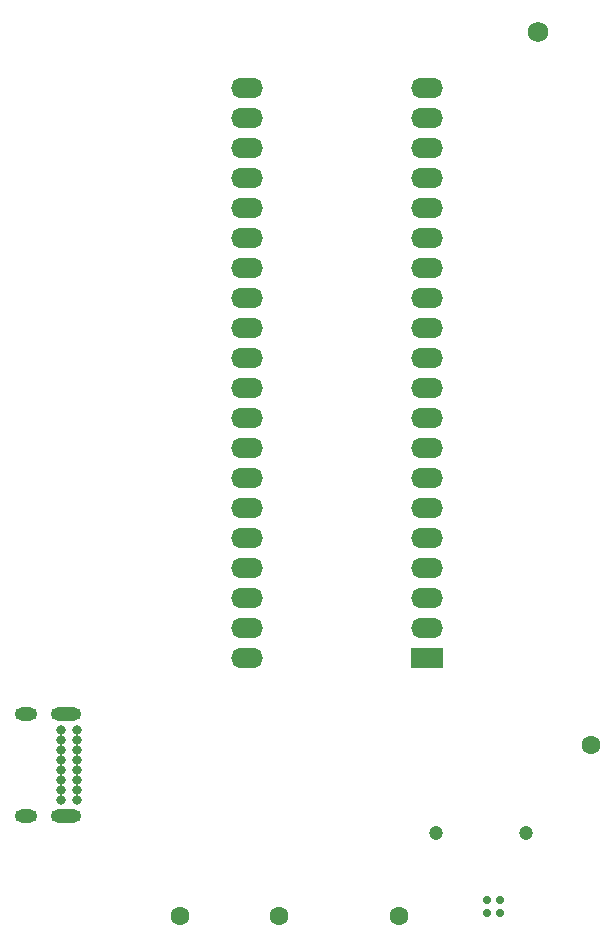
<source format=gbs>
G04*
G04 #@! TF.GenerationSoftware,Altium Limited,Altium Designer,19.1.8 (144)*
G04*
G04 Layer_Color=16711935*
%FSLAX25Y25*%
%MOIN*%
G70*
G01*
G75*
%ADD21C,0.04737*%
%ADD30C,0.06800*%
%ADD31O,0.10642X0.06706*%
%ADD32R,0.10642X0.06706*%
%ADD33C,0.06312*%
%ADD34O,0.07493X0.04343*%
%ADD35O,0.10249X0.04343*%
%ADD36O,0.03359X0.03241*%
%ADD37C,0.02769*%
D21*
X322878Y208500D02*
D03*
X352878D02*
D03*
D30*
X357000Y475500D02*
D03*
D31*
X260000Y457000D02*
D03*
Y447000D02*
D03*
Y437000D02*
D03*
Y427000D02*
D03*
Y417000D02*
D03*
Y407000D02*
D03*
Y397000D02*
D03*
Y387000D02*
D03*
Y377000D02*
D03*
Y367000D02*
D03*
Y357000D02*
D03*
Y347000D02*
D03*
Y337000D02*
D03*
Y327000D02*
D03*
Y317000D02*
D03*
Y307000D02*
D03*
Y297000D02*
D03*
Y287000D02*
D03*
Y277000D02*
D03*
Y267000D02*
D03*
X320000Y457000D02*
D03*
Y447000D02*
D03*
Y437000D02*
D03*
Y427000D02*
D03*
Y417000D02*
D03*
Y407000D02*
D03*
Y397000D02*
D03*
Y387000D02*
D03*
Y377000D02*
D03*
Y367000D02*
D03*
Y357000D02*
D03*
Y347000D02*
D03*
Y337000D02*
D03*
Y327000D02*
D03*
Y317000D02*
D03*
Y307000D02*
D03*
Y297000D02*
D03*
Y287000D02*
D03*
Y277000D02*
D03*
D32*
Y267000D02*
D03*
D33*
X270500Y181000D02*
D03*
X237500D02*
D03*
X374500Y238000D02*
D03*
X310653Y181000D02*
D03*
D34*
X186149Y248355D02*
D03*
Y214299D02*
D03*
D35*
X199456D02*
D03*
Y248355D02*
D03*
D36*
X198000Y243040D02*
D03*
Y239693D02*
D03*
Y236347D02*
D03*
Y233000D02*
D03*
Y229654D02*
D03*
Y226307D02*
D03*
Y222961D02*
D03*
Y219614D02*
D03*
X203314D02*
D03*
Y222961D02*
D03*
Y226307D02*
D03*
Y229654D02*
D03*
Y233000D02*
D03*
Y236347D02*
D03*
Y239693D02*
D03*
Y243040D02*
D03*
D37*
X339713Y186165D02*
D03*
X344044D02*
D03*
X339713Y181835D02*
D03*
X344044D02*
D03*
M02*

</source>
